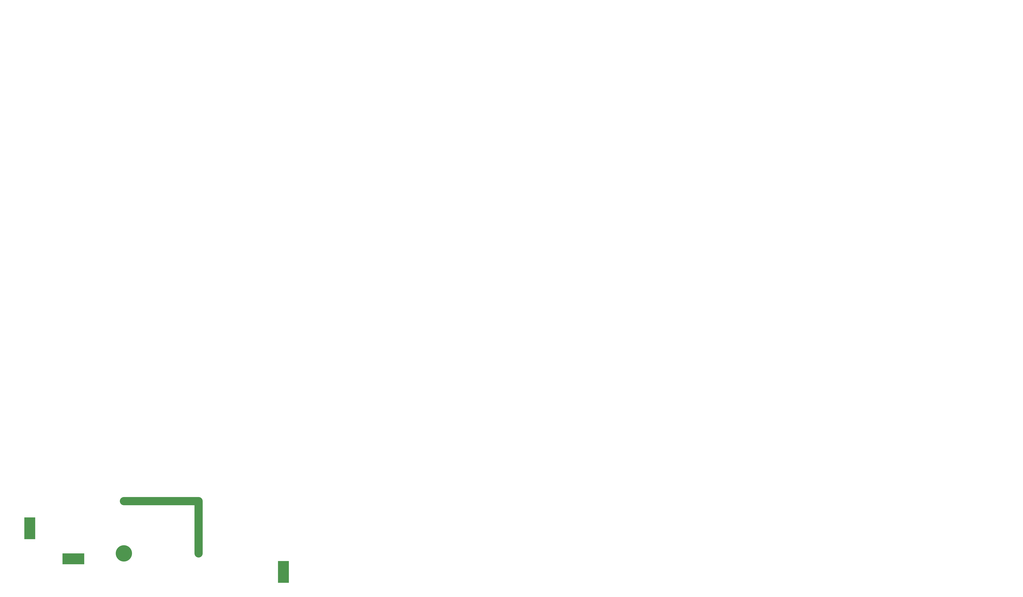
<source format=gbr>
G04 Ucamco copyright*
%TF.GenerationSoftware,Ucamco,UcamX,2016.04-160425*%
%TF.CreationDate,2016-04-25T00:00;00+01:00*%
%FSLAX32Y32*%
%MOMM*%
G04 Define standard apertures*
%ADD10C,7.500000*%
%ADD11C,15*%
%ADD12R,20X10*%
%ADD13R,10X20*%
G04 Define block aperture D100, consisting of two draws and a round dot*
%ABD100*%
D10*
X6500Y1700D02*
Y6500D01*
X-360D01*
D11*
X-360Y1700D03*
%AB*%
G04 Define block aperture D101, consisting of 2x2 flashes of D100*
%ABD101*%
D100*
X-3000Y1000D03*
X-3000Y8000D03*
X6000Y1000D03*
X6000Y8000D03*
%AB*%
G04 Define block aperture  D102, consisting of 2x3 flashes of D101 and 1 flash of D12*
%ABD102*%
D101*
X-3000Y1000D03*
X-3000Y15000D03*
X-3000Y29000D03*
X16000Y1000D03*
X16000Y15000D03*
X16000Y29000D03*
D12*
X-5000Y1200D03*
%AB*%
G04 Flash D13 twice outside of blocks*
D13*
X-9000Y4000D03*
X14300Y0D03*
G04 Flash block D102 3x2 times*
D102*
X0Y1200D03*
X0Y51200D03*
X40000Y1200D03*
X40000Y51200D03*
X80000Y1200D03*
X80000Y51200D03*
M02*

</source>
